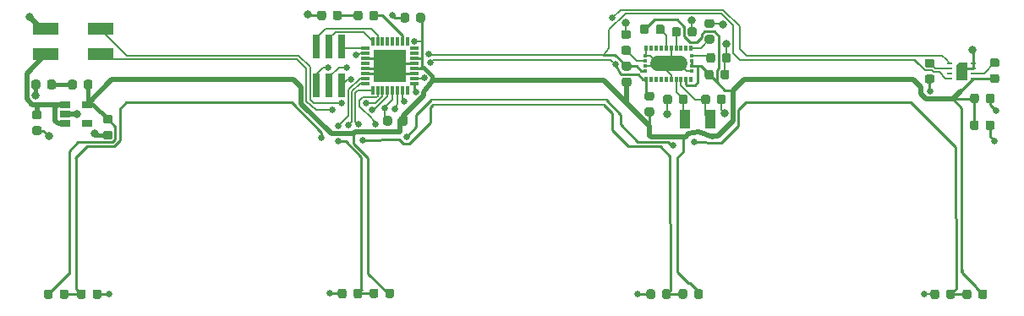
<source format=gtl>
G04 #@! TF.GenerationSoftware,KiCad,Pcbnew,(5.99.0-2415-gbbdd3fce7)*
G04 #@! TF.CreationDate,2020-10-15T12:22:08-07:00*
G04 #@! TF.ProjectId,VineHoop_Islands,56696e65-486f-46f7-905f-49736c616e64,rev?*
G04 #@! TF.SameCoordinates,Original*
G04 #@! TF.FileFunction,Copper,L1,Top*
G04 #@! TF.FilePolarity,Positive*
%FSLAX46Y46*%
G04 Gerber Fmt 4.6, Leading zero omitted, Abs format (unit mm)*
G04 Created by KiCad (PCBNEW (5.99.0-2415-gbbdd3fce7)) date 2020-10-15 12:22:08*
%MOMM*%
%LPD*%
G01*
G04 APERTURE LIST*
G04 #@! TA.AperFunction,EtchedComponent*
%ADD10C,0.010000*%
G04 #@! TD*
G04 #@! TA.AperFunction,SMDPad,CuDef*
%ADD11R,0.812800X0.304800*%
G04 #@! TD*
G04 #@! TA.AperFunction,SMDPad,CuDef*
%ADD12R,0.304800X0.812800*%
G04 #@! TD*
G04 #@! TA.AperFunction,SMDPad,CuDef*
%ADD13R,3.251200X3.251200*%
G04 #@! TD*
G04 #@! TA.AperFunction,SMDPad,CuDef*
%ADD14R,0.550000X0.250000*%
G04 #@! TD*
G04 #@! TA.AperFunction,SMDPad,CuDef*
%ADD15R,1.000000X1.000000*%
G04 #@! TD*
G04 #@! TA.AperFunction,SMDPad,CuDef*
%ADD16R,0.300000X0.525000*%
G04 #@! TD*
G04 #@! TA.AperFunction,SMDPad,CuDef*
%ADD17R,0.425000X0.300000*%
G04 #@! TD*
G04 #@! TA.AperFunction,SMDPad,CuDef*
%ADD18R,1.060000X0.650000*%
G04 #@! TD*
G04 #@! TA.AperFunction,SMDPad,CuDef*
%ADD19R,2.540000X1.270000*%
G04 #@! TD*
G04 #@! TA.AperFunction,SMDPad,CuDef*
%ADD20R,0.760000X2.400000*%
G04 #@! TD*
G04 #@! TA.AperFunction,SMDPad,CuDef*
%ADD21R,1.100000X1.900000*%
G04 #@! TD*
G04 #@! TA.AperFunction,ViaPad*
%ADD22C,0.800000*%
G04 #@! TD*
G04 #@! TA.AperFunction,ViaPad*
%ADD23C,0.660400*%
G04 #@! TD*
G04 #@! TA.AperFunction,Conductor*
%ADD24C,0.152400*%
G04 #@! TD*
G04 #@! TA.AperFunction,Conductor*
%ADD25C,0.381000*%
G04 #@! TD*
G04 #@! TA.AperFunction,Conductor*
%ADD26C,0.254000*%
G04 #@! TD*
G04 #@! TA.AperFunction,Conductor*
%ADD27C,0.508000*%
G04 #@! TD*
G04 #@! TA.AperFunction,Conductor*
%ADD28C,1.524000*%
G04 #@! TD*
G04 APERTURE END LIST*
G36*
X219475000Y-58675000D02*
G01*
X218475000Y-58675000D01*
X218475000Y-57275000D01*
X218775000Y-56975000D01*
X219475000Y-56975000D01*
X219475000Y-58675000D01*
G37*
D10*
X219475000Y-58675000D02*
X218475000Y-58675000D01*
X218475000Y-57275000D01*
X218775000Y-56975000D01*
X219475000Y-56975000D01*
X219475000Y-58675000D01*
G04 #@! TA.AperFunction,SMDPad,CuDef*
G36*
G01*
X192910000Y-60936250D02*
X192910000Y-60423750D01*
G75*
G02*
X193128750Y-60205000I218750J0D01*
G01*
X193566250Y-60205000D01*
G75*
G02*
X193785000Y-60423750I0J-218750D01*
G01*
X193785000Y-60936250D01*
G75*
G02*
X193566250Y-61155000I-218750J0D01*
G01*
X193128750Y-61155000D01*
G75*
G02*
X192910000Y-60936250I0J218750D01*
G01*
G37*
G04 #@! TD.AperFunction*
G04 #@! TA.AperFunction,SMDPad,CuDef*
G36*
G01*
X194485000Y-60936250D02*
X194485000Y-60423750D01*
G75*
G02*
X194703750Y-60205000I218750J0D01*
G01*
X195141250Y-60205000D01*
G75*
G02*
X195360000Y-60423750I0J-218750D01*
G01*
X195360000Y-60936250D01*
G75*
G02*
X195141250Y-61155000I-218750J0D01*
G01*
X194703750Y-61155000D01*
G75*
G02*
X194485000Y-60936250I0J218750D01*
G01*
G37*
G04 #@! TD.AperFunction*
G04 #@! TA.AperFunction,SMDPad,CuDef*
G36*
G01*
X191550000Y-60423750D02*
X191550000Y-60936250D01*
G75*
G02*
X191331250Y-61155000I-218750J0D01*
G01*
X190893750Y-61155000D01*
G75*
G02*
X190675000Y-60936250I0J218750D01*
G01*
X190675000Y-60423750D01*
G75*
G02*
X190893750Y-60205000I218750J0D01*
G01*
X191331250Y-60205000D01*
G75*
G02*
X191550000Y-60423750I0J-218750D01*
G01*
G37*
G04 #@! TD.AperFunction*
G04 #@! TA.AperFunction,SMDPad,CuDef*
G36*
G01*
X189975000Y-60423750D02*
X189975000Y-60936250D01*
G75*
G02*
X189756250Y-61155000I-218750J0D01*
G01*
X189318750Y-61155000D01*
G75*
G02*
X189100000Y-60936250I0J218750D01*
G01*
X189100000Y-60423750D01*
G75*
G02*
X189318750Y-60205000I218750J0D01*
G01*
X189756250Y-60205000D01*
G75*
G02*
X189975000Y-60423750I0J-218750D01*
G01*
G37*
G04 #@! TD.AperFunction*
G04 #@! TA.AperFunction,SMDPad,CuDef*
G36*
G01*
X162802000Y-52749250D02*
X162802000Y-52236750D01*
G75*
G02*
X163020750Y-52018000I218750J0D01*
G01*
X163458250Y-52018000D01*
G75*
G02*
X163677000Y-52236750I0J-218750D01*
G01*
X163677000Y-52749250D01*
G75*
G02*
X163458250Y-52968000I-218750J0D01*
G01*
X163020750Y-52968000D01*
G75*
G02*
X162802000Y-52749250I0J218750D01*
G01*
G37*
G04 #@! TD.AperFunction*
G04 #@! TA.AperFunction,SMDPad,CuDef*
G36*
G01*
X164377000Y-52749250D02*
X164377000Y-52236750D01*
G75*
G02*
X164595750Y-52018000I218750J0D01*
G01*
X165033250Y-52018000D01*
G75*
G02*
X165252000Y-52236750I0J-218750D01*
G01*
X165252000Y-52749250D01*
G75*
G02*
X165033250Y-52968000I-218750J0D01*
G01*
X164595750Y-52968000D01*
G75*
G02*
X164377000Y-52749250I0J218750D01*
G01*
G37*
G04 #@! TD.AperFunction*
G04 #@! TA.AperFunction,SMDPad,CuDef*
G36*
G01*
X193425800Y-56780150D02*
X193425800Y-56267650D01*
G75*
G02*
X193644550Y-56048900I218750J0D01*
G01*
X194082050Y-56048900D01*
G75*
G02*
X194300800Y-56267650I0J-218750D01*
G01*
X194300800Y-56780150D01*
G75*
G02*
X194082050Y-56998900I-218750J0D01*
G01*
X193644550Y-56998900D01*
G75*
G02*
X193425800Y-56780150I0J218750D01*
G01*
G37*
G04 #@! TD.AperFunction*
G04 #@! TA.AperFunction,SMDPad,CuDef*
G36*
G01*
X195000800Y-56780150D02*
X195000800Y-56267650D01*
G75*
G02*
X195219550Y-56048900I218750J0D01*
G01*
X195657050Y-56048900D01*
G75*
G02*
X195875800Y-56267650I0J-218750D01*
G01*
X195875800Y-56780150D01*
G75*
G02*
X195657050Y-56998900I-218750J0D01*
G01*
X195219550Y-56998900D01*
G75*
G02*
X195000800Y-56780150I0J218750D01*
G01*
G37*
G04 #@! TD.AperFunction*
G04 #@! TA.AperFunction,SMDPad,CuDef*
G36*
G01*
X185646450Y-56188600D02*
X185133950Y-56188600D01*
G75*
G02*
X184915200Y-55969850I0J218750D01*
G01*
X184915200Y-55532350D01*
G75*
G02*
X185133950Y-55313600I218750J0D01*
G01*
X185646450Y-55313600D01*
G75*
G02*
X185865200Y-55532350I0J-218750D01*
G01*
X185865200Y-55969850D01*
G75*
G02*
X185646450Y-56188600I-218750J0D01*
G01*
G37*
G04 #@! TD.AperFunction*
G04 #@! TA.AperFunction,SMDPad,CuDef*
G36*
G01*
X185646450Y-54613600D02*
X185133950Y-54613600D01*
G75*
G02*
X184915200Y-54394850I0J218750D01*
G01*
X184915200Y-53957350D01*
G75*
G02*
X185133950Y-53738600I218750J0D01*
G01*
X185646450Y-53738600D01*
G75*
G02*
X185865200Y-53957350I0J-218750D01*
G01*
X185865200Y-54394850D01*
G75*
G02*
X185646450Y-54613600I-218750J0D01*
G01*
G37*
G04 #@! TD.AperFunction*
G04 #@! TA.AperFunction,SMDPad,CuDef*
G36*
G01*
X222544850Y-59027700D02*
X222032350Y-59027700D01*
G75*
G02*
X221813600Y-58808950I0J218750D01*
G01*
X221813600Y-58371450D01*
G75*
G02*
X222032350Y-58152700I218750J0D01*
G01*
X222544850Y-58152700D01*
G75*
G02*
X222763600Y-58371450I0J-218750D01*
G01*
X222763600Y-58808950D01*
G75*
G02*
X222544850Y-59027700I-218750J0D01*
G01*
G37*
G04 #@! TD.AperFunction*
G04 #@! TA.AperFunction,SMDPad,CuDef*
G36*
G01*
X222544850Y-57452700D02*
X222032350Y-57452700D01*
G75*
G02*
X221813600Y-57233950I0J218750D01*
G01*
X221813600Y-56796450D01*
G75*
G02*
X222032350Y-56577700I218750J0D01*
G01*
X222544850Y-56577700D01*
G75*
G02*
X222763600Y-56796450I0J-218750D01*
G01*
X222763600Y-57233950D01*
G75*
G02*
X222544850Y-57452700I-218750J0D01*
G01*
G37*
G04 #@! TD.AperFunction*
D11*
X164230300Y-59071600D03*
X164230300Y-58563600D03*
X164230300Y-58081000D03*
X164230300Y-57573000D03*
X164230300Y-57065000D03*
X164230300Y-56557000D03*
X164230300Y-56074400D03*
X164230300Y-55566400D03*
D12*
X163519100Y-54855200D03*
X163011100Y-54855200D03*
X162528500Y-54855200D03*
X162020500Y-54855200D03*
X161512500Y-54855200D03*
X161004500Y-54855200D03*
X160521900Y-54855200D03*
X160013900Y-54855200D03*
D11*
X159302700Y-55566400D03*
X159302700Y-56074400D03*
X159302700Y-56557000D03*
X159302700Y-57065000D03*
X159302700Y-57573000D03*
X159302700Y-58081000D03*
X159302700Y-58563600D03*
X159302700Y-59071600D03*
D12*
X160013900Y-59782800D03*
X160521900Y-59782800D03*
X161004500Y-59782800D03*
X161512500Y-59782800D03*
X162020500Y-59782800D03*
X162528500Y-59782800D03*
X163011100Y-59782800D03*
X163519100Y-59782800D03*
D13*
X161766500Y-57319000D03*
D14*
X217800000Y-57075000D03*
X217800000Y-57575000D03*
X217800000Y-58075000D03*
X217800000Y-58575000D03*
X220150000Y-58575000D03*
X220150000Y-58075000D03*
X220150000Y-57575000D03*
X220150000Y-57075000D03*
D15*
X218975000Y-57825000D03*
D16*
X191900000Y-58662500D03*
D17*
X191962500Y-57850000D03*
X191962500Y-57350000D03*
X191962500Y-56850000D03*
X191962500Y-56350000D03*
D16*
X191900000Y-55537500D03*
X191400000Y-55537500D03*
X190900000Y-55537500D03*
X190400000Y-55537500D03*
X189900000Y-55537500D03*
X189400000Y-55537500D03*
X188900000Y-55537500D03*
X188400000Y-55537500D03*
X187900000Y-55537500D03*
X187400000Y-55537500D03*
D17*
X187337500Y-56350000D03*
X187337500Y-56850000D03*
X187337500Y-57350000D03*
X187337500Y-57850000D03*
D16*
X187400000Y-58662500D03*
X187900000Y-58662500D03*
X188400000Y-58662500D03*
X188900000Y-58662500D03*
X189400000Y-58662500D03*
X189900000Y-58662500D03*
X190400000Y-58662500D03*
X190900000Y-58662500D03*
X191400000Y-58662500D03*
G04 #@! TA.AperFunction,SMDPad,CuDef*
G36*
G01*
X187464750Y-59921500D02*
X187977250Y-59921500D01*
G75*
G02*
X188196000Y-60140250I0J-218750D01*
G01*
X188196000Y-60577750D01*
G75*
G02*
X187977250Y-60796500I-218750J0D01*
G01*
X187464750Y-60796500D01*
G75*
G02*
X187246000Y-60577750I0J218750D01*
G01*
X187246000Y-60140250D01*
G75*
G02*
X187464750Y-59921500I218750J0D01*
G01*
G37*
G04 #@! TD.AperFunction*
G04 #@! TA.AperFunction,SMDPad,CuDef*
G36*
G01*
X187464750Y-61496500D02*
X187977250Y-61496500D01*
G75*
G02*
X188196000Y-61715250I0J-218750D01*
G01*
X188196000Y-62152750D01*
G75*
G02*
X187977250Y-62371500I-218750J0D01*
G01*
X187464750Y-62371500D01*
G75*
G02*
X187246000Y-62152750I0J218750D01*
G01*
X187246000Y-61715250D01*
G75*
G02*
X187464750Y-61496500I218750J0D01*
G01*
G37*
G04 #@! TD.AperFunction*
G04 #@! TA.AperFunction,SMDPad,CuDef*
G36*
G01*
X161075000Y-63081250D02*
X161075000Y-62568750D01*
G75*
G02*
X161293750Y-62350000I218750J0D01*
G01*
X161731250Y-62350000D01*
G75*
G02*
X161950000Y-62568750I0J-218750D01*
G01*
X161950000Y-63081250D01*
G75*
G02*
X161731250Y-63300000I-218750J0D01*
G01*
X161293750Y-63300000D01*
G75*
G02*
X161075000Y-63081250I0J218750D01*
G01*
G37*
G04 #@! TD.AperFunction*
G04 #@! TA.AperFunction,SMDPad,CuDef*
G36*
G01*
X162650000Y-63081250D02*
X162650000Y-62568750D01*
G75*
G02*
X162868750Y-62350000I218750J0D01*
G01*
X163306250Y-62350000D01*
G75*
G02*
X163525000Y-62568750I0J-218750D01*
G01*
X163525000Y-63081250D01*
G75*
G02*
X163306250Y-63300000I-218750J0D01*
G01*
X162868750Y-63300000D01*
G75*
G02*
X162650000Y-63081250I0J218750D01*
G01*
G37*
G04 #@! TD.AperFunction*
G04 #@! TA.AperFunction,SMDPad,CuDef*
G36*
G01*
X216044850Y-59065200D02*
X215532350Y-59065200D01*
G75*
G02*
X215313600Y-58846450I0J218750D01*
G01*
X215313600Y-58408950D01*
G75*
G02*
X215532350Y-58190200I218750J0D01*
G01*
X216044850Y-58190200D01*
G75*
G02*
X216263600Y-58408950I0J-218750D01*
G01*
X216263600Y-58846450D01*
G75*
G02*
X216044850Y-59065200I-218750J0D01*
G01*
G37*
G04 #@! TD.AperFunction*
G04 #@! TA.AperFunction,SMDPad,CuDef*
G36*
G01*
X216044850Y-57490200D02*
X215532350Y-57490200D01*
G75*
G02*
X215313600Y-57271450I0J218750D01*
G01*
X215313600Y-56833950D01*
G75*
G02*
X215532350Y-56615200I218750J0D01*
G01*
X216044850Y-56615200D01*
G75*
G02*
X216263600Y-56833950I0J-218750D01*
G01*
X216263600Y-57271450D01*
G75*
G02*
X216044850Y-57490200I-218750J0D01*
G01*
G37*
G04 #@! TD.AperFunction*
G04 #@! TA.AperFunction,SMDPad,CuDef*
G36*
G01*
X189240000Y-53398750D02*
X189240000Y-53911250D01*
G75*
G02*
X189021250Y-54130000I-218750J0D01*
G01*
X188583750Y-54130000D01*
G75*
G02*
X188365000Y-53911250I0J218750D01*
G01*
X188365000Y-53398750D01*
G75*
G02*
X188583750Y-53180000I218750J0D01*
G01*
X189021250Y-53180000D01*
G75*
G02*
X189240000Y-53398750I0J-218750D01*
G01*
G37*
G04 #@! TD.AperFunction*
G04 #@! TA.AperFunction,SMDPad,CuDef*
G36*
G01*
X187665000Y-53398750D02*
X187665000Y-53911250D01*
G75*
G02*
X187446250Y-54130000I-218750J0D01*
G01*
X187008750Y-54130000D01*
G75*
G02*
X186790000Y-53911250I0J218750D01*
G01*
X186790000Y-53398750D01*
G75*
G02*
X187008750Y-53180000I218750J0D01*
G01*
X187446250Y-53180000D01*
G75*
G02*
X187665000Y-53398750I0J-218750D01*
G01*
G37*
G04 #@! TD.AperFunction*
G04 #@! TA.AperFunction,SMDPad,CuDef*
G36*
G01*
X194001250Y-55097500D02*
X193488750Y-55097500D01*
G75*
G02*
X193270000Y-54878750I0J218750D01*
G01*
X193270000Y-54441250D01*
G75*
G02*
X193488750Y-54222500I218750J0D01*
G01*
X194001250Y-54222500D01*
G75*
G02*
X194220000Y-54441250I0J-218750D01*
G01*
X194220000Y-54878750D01*
G75*
G02*
X194001250Y-55097500I-218750J0D01*
G01*
G37*
G04 #@! TD.AperFunction*
G04 #@! TA.AperFunction,SMDPad,CuDef*
G36*
G01*
X194001250Y-53522500D02*
X193488750Y-53522500D01*
G75*
G02*
X193270000Y-53303750I0J218750D01*
G01*
X193270000Y-52866250D01*
G75*
G02*
X193488750Y-52647500I218750J0D01*
G01*
X194001250Y-52647500D01*
G75*
G02*
X194220000Y-52866250I0J-218750D01*
G01*
X194220000Y-53303750D01*
G75*
G02*
X194001250Y-53522500I-218750J0D01*
G01*
G37*
G04 #@! TD.AperFunction*
G04 #@! TA.AperFunction,SMDPad,CuDef*
G36*
G01*
X189986500Y-54170250D02*
X189986500Y-53657750D01*
G75*
G02*
X190205250Y-53439000I218750J0D01*
G01*
X190642750Y-53439000D01*
G75*
G02*
X190861500Y-53657750I0J-218750D01*
G01*
X190861500Y-54170250D01*
G75*
G02*
X190642750Y-54389000I-218750J0D01*
G01*
X190205250Y-54389000D01*
G75*
G02*
X189986500Y-54170250I0J218750D01*
G01*
G37*
G04 #@! TD.AperFunction*
G04 #@! TA.AperFunction,SMDPad,CuDef*
G36*
G01*
X191561500Y-54170250D02*
X191561500Y-53657750D01*
G75*
G02*
X191780250Y-53439000I218750J0D01*
G01*
X192217750Y-53439000D01*
G75*
G02*
X192436500Y-53657750I0J-218750D01*
G01*
X192436500Y-54170250D01*
G75*
G02*
X192217750Y-54389000I-218750J0D01*
G01*
X191780250Y-54389000D01*
G75*
G02*
X191561500Y-54170250I0J218750D01*
G01*
G37*
G04 #@! TD.AperFunction*
G04 #@! TA.AperFunction,SMDPad,CuDef*
G36*
G01*
X185178750Y-56924500D02*
X185691250Y-56924500D01*
G75*
G02*
X185910000Y-57143250I0J-218750D01*
G01*
X185910000Y-57580750D01*
G75*
G02*
X185691250Y-57799500I-218750J0D01*
G01*
X185178750Y-57799500D01*
G75*
G02*
X184960000Y-57580750I0J218750D01*
G01*
X184960000Y-57143250D01*
G75*
G02*
X185178750Y-56924500I218750J0D01*
G01*
G37*
G04 #@! TD.AperFunction*
G04 #@! TA.AperFunction,SMDPad,CuDef*
G36*
G01*
X185178750Y-58499500D02*
X185691250Y-58499500D01*
G75*
G02*
X185910000Y-58718250I0J-218750D01*
G01*
X185910000Y-59155750D01*
G75*
G02*
X185691250Y-59374500I-218750J0D01*
G01*
X185178750Y-59374500D01*
G75*
G02*
X184960000Y-59155750I0J218750D01*
G01*
X184960000Y-58718250D01*
G75*
G02*
X185178750Y-58499500I218750J0D01*
G01*
G37*
G04 #@! TD.AperFunction*
G04 #@! TA.AperFunction,SMDPad,CuDef*
G36*
G01*
X133243750Y-62245803D02*
X133756250Y-62245803D01*
G75*
G02*
X133975000Y-62464553I0J-218750D01*
G01*
X133975000Y-62902053D01*
G75*
G02*
X133756250Y-63120803I-218750J0D01*
G01*
X133243750Y-63120803D01*
G75*
G02*
X133025000Y-62902053I0J218750D01*
G01*
X133025000Y-62464553D01*
G75*
G02*
X133243750Y-62245803I218750J0D01*
G01*
G37*
G04 #@! TD.AperFunction*
G04 #@! TA.AperFunction,SMDPad,CuDef*
G36*
G01*
X133243750Y-63820803D02*
X133756250Y-63820803D01*
G75*
G02*
X133975000Y-64039553I0J-218750D01*
G01*
X133975000Y-64477053D01*
G75*
G02*
X133756250Y-64695803I-218750J0D01*
G01*
X133243750Y-64695803D01*
G75*
G02*
X133025000Y-64477053I0J218750D01*
G01*
X133025000Y-64039553D01*
G75*
G02*
X133243750Y-63820803I218750J0D01*
G01*
G37*
G04 #@! TD.AperFunction*
D18*
X129238899Y-61183303D03*
X129238899Y-62133303D03*
X129238899Y-63083303D03*
X131438899Y-63083303D03*
X131438899Y-61183303D03*
G04 #@! TA.AperFunction,SMDPad,CuDef*
G36*
G01*
X154470600Y-52514850D02*
X154470600Y-52002350D01*
G75*
G02*
X154689350Y-51783600I218750J0D01*
G01*
X155126850Y-51783600D01*
G75*
G02*
X155345600Y-52002350I0J-218750D01*
G01*
X155345600Y-52514850D01*
G75*
G02*
X155126850Y-52733600I-218750J0D01*
G01*
X154689350Y-52733600D01*
G75*
G02*
X154470600Y-52514850I0J218750D01*
G01*
G37*
G04 #@! TD.AperFunction*
G04 #@! TA.AperFunction,SMDPad,CuDef*
G36*
G01*
X156045600Y-52514850D02*
X156045600Y-52002350D01*
G75*
G02*
X156264350Y-51783600I218750J0D01*
G01*
X156701850Y-51783600D01*
G75*
G02*
X156920600Y-52002350I0J-218750D01*
G01*
X156920600Y-52514850D01*
G75*
G02*
X156701850Y-52733600I-218750J0D01*
G01*
X156264350Y-52733600D01*
G75*
G02*
X156045600Y-52514850I0J218750D01*
G01*
G37*
G04 #@! TD.AperFunction*
G04 #@! TA.AperFunction,SMDPad,CuDef*
G36*
G01*
X158128500Y-52540250D02*
X158128500Y-52027750D01*
G75*
G02*
X158347250Y-51809000I218750J0D01*
G01*
X158784750Y-51809000D01*
G75*
G02*
X159003500Y-52027750I0J-218750D01*
G01*
X159003500Y-52540250D01*
G75*
G02*
X158784750Y-52759000I-218750J0D01*
G01*
X158347250Y-52759000D01*
G75*
G02*
X158128500Y-52540250I0J218750D01*
G01*
G37*
G04 #@! TD.AperFunction*
G04 #@! TA.AperFunction,SMDPad,CuDef*
G36*
G01*
X159703500Y-52540250D02*
X159703500Y-52027750D01*
G75*
G02*
X159922250Y-51809000I218750J0D01*
G01*
X160359750Y-51809000D01*
G75*
G02*
X160578500Y-52027750I0J-218750D01*
G01*
X160578500Y-52540250D01*
G75*
G02*
X160359750Y-52759000I-218750J0D01*
G01*
X159922250Y-52759000D01*
G75*
G02*
X159703500Y-52540250I0J218750D01*
G01*
G37*
G04 #@! TD.AperFunction*
G04 #@! TA.AperFunction,SMDPad,CuDef*
G36*
G01*
X125854900Y-59456250D02*
X125854900Y-58943750D01*
G75*
G02*
X126073650Y-58725000I218750J0D01*
G01*
X126511150Y-58725000D01*
G75*
G02*
X126729900Y-58943750I0J-218750D01*
G01*
X126729900Y-59456250D01*
G75*
G02*
X126511150Y-59675000I-218750J0D01*
G01*
X126073650Y-59675000D01*
G75*
G02*
X125854900Y-59456250I0J218750D01*
G01*
G37*
G04 #@! TD.AperFunction*
G04 #@! TA.AperFunction,SMDPad,CuDef*
G36*
G01*
X127429900Y-59456250D02*
X127429900Y-58943750D01*
G75*
G02*
X127648650Y-58725000I218750J0D01*
G01*
X128086150Y-58725000D01*
G75*
G02*
X128304900Y-58943750I0J-218750D01*
G01*
X128304900Y-59456250D01*
G75*
G02*
X128086150Y-59675000I-218750J0D01*
G01*
X127648650Y-59675000D01*
G75*
G02*
X127429900Y-59456250I0J218750D01*
G01*
G37*
G04 #@! TD.AperFunction*
G04 #@! TA.AperFunction,SMDPad,CuDef*
G36*
G01*
X131962500Y-58943750D02*
X131962500Y-59456250D01*
G75*
G02*
X131743750Y-59675000I-218750J0D01*
G01*
X131306250Y-59675000D01*
G75*
G02*
X131087500Y-59456250I0J218750D01*
G01*
X131087500Y-58943750D01*
G75*
G02*
X131306250Y-58725000I218750J0D01*
G01*
X131743750Y-58725000D01*
G75*
G02*
X131962500Y-58943750I0J-218750D01*
G01*
G37*
G04 #@! TD.AperFunction*
G04 #@! TA.AperFunction,SMDPad,CuDef*
G36*
G01*
X130387500Y-58943750D02*
X130387500Y-59456250D01*
G75*
G02*
X130168750Y-59675000I-218750J0D01*
G01*
X129731250Y-59675000D01*
G75*
G02*
X129512500Y-59456250I0J218750D01*
G01*
X129512500Y-58943750D01*
G75*
G02*
X129731250Y-58725000I218750J0D01*
G01*
X130168750Y-58725000D01*
G75*
G02*
X130387500Y-58943750I0J-218750D01*
G01*
G37*
G04 #@! TD.AperFunction*
G04 #@! TA.AperFunction,SMDPad,CuDef*
G36*
G01*
X195723300Y-57944850D02*
X195723300Y-58457350D01*
G75*
G02*
X195504550Y-58676100I-218750J0D01*
G01*
X195067050Y-58676100D01*
G75*
G02*
X194848300Y-58457350I0J218750D01*
G01*
X194848300Y-57944850D01*
G75*
G02*
X195067050Y-57726100I218750J0D01*
G01*
X195504550Y-57726100D01*
G75*
G02*
X195723300Y-57944850I0J-218750D01*
G01*
G37*
G04 #@! TD.AperFunction*
G04 #@! TA.AperFunction,SMDPad,CuDef*
G36*
G01*
X194148300Y-57944850D02*
X194148300Y-58457350D01*
G75*
G02*
X193929550Y-58676100I-218750J0D01*
G01*
X193492050Y-58676100D01*
G75*
G02*
X193273300Y-58457350I0J218750D01*
G01*
X193273300Y-57944850D01*
G75*
G02*
X193492050Y-57726100I218750J0D01*
G01*
X193929550Y-57726100D01*
G75*
G02*
X194148300Y-57944850I0J-218750D01*
G01*
G37*
G04 #@! TD.AperFunction*
D19*
X127311101Y-53616800D03*
X132771101Y-53616800D03*
X127311101Y-56156800D03*
X132771101Y-56156800D03*
D20*
X154400500Y-59269000D03*
X154400500Y-55369000D03*
X155670500Y-59269000D03*
X155670500Y-55369000D03*
X156940500Y-59269000D03*
X156940500Y-55369000D03*
D21*
X193817000Y-62696000D03*
X191317000Y-62696000D03*
G04 #@! TA.AperFunction,SMDPad,CuDef*
G36*
G01*
X162158428Y-79859985D02*
X162158428Y-80372485D01*
G75*
G02*
X161939678Y-80591235I-218750J0D01*
G01*
X161502178Y-80591235D01*
G75*
G02*
X161283428Y-80372485I0J218750D01*
G01*
X161283428Y-79859985D01*
G75*
G02*
X161502178Y-79641235I218750J0D01*
G01*
X161939678Y-79641235D01*
G75*
G02*
X162158428Y-79859985I0J-218750D01*
G01*
G37*
G04 #@! TD.AperFunction*
G04 #@! TA.AperFunction,SMDPad,CuDef*
G36*
G01*
X160583428Y-79859985D02*
X160583428Y-80372485D01*
G75*
G02*
X160364678Y-80591235I-218750J0D01*
G01*
X159927178Y-80591235D01*
G75*
G02*
X159708428Y-80372485I0J218750D01*
G01*
X159708428Y-79859985D01*
G75*
G02*
X159927178Y-79641235I218750J0D01*
G01*
X160364678Y-79641235D01*
G75*
G02*
X160583428Y-79859985I0J-218750D01*
G01*
G37*
G04 #@! TD.AperFunction*
G04 #@! TA.AperFunction,SMDPad,CuDef*
G36*
G01*
X221534028Y-79953158D02*
X221534028Y-80465658D01*
G75*
G02*
X221315278Y-80684408I-218750J0D01*
G01*
X220877778Y-80684408D01*
G75*
G02*
X220659028Y-80465658I0J218750D01*
G01*
X220659028Y-79953158D01*
G75*
G02*
X220877778Y-79734408I218750J0D01*
G01*
X221315278Y-79734408D01*
G75*
G02*
X221534028Y-79953158I0J-218750D01*
G01*
G37*
G04 #@! TD.AperFunction*
G04 #@! TA.AperFunction,SMDPad,CuDef*
G36*
G01*
X219959028Y-79953158D02*
X219959028Y-80465658D01*
G75*
G02*
X219740278Y-80684408I-218750J0D01*
G01*
X219302778Y-80684408D01*
G75*
G02*
X219084028Y-80465658I0J218750D01*
G01*
X219084028Y-79953158D01*
G75*
G02*
X219302778Y-79734408I218750J0D01*
G01*
X219740278Y-79734408D01*
G75*
G02*
X219959028Y-79953158I0J-218750D01*
G01*
G37*
G04 #@! TD.AperFunction*
G04 #@! TA.AperFunction,SMDPad,CuDef*
G36*
G01*
X193087015Y-79924278D02*
X193087015Y-80436778D01*
G75*
G02*
X192868265Y-80655528I-218750J0D01*
G01*
X192430765Y-80655528D01*
G75*
G02*
X192212015Y-80436778I0J218750D01*
G01*
X192212015Y-79924278D01*
G75*
G02*
X192430765Y-79705528I218750J0D01*
G01*
X192868265Y-79705528D01*
G75*
G02*
X193087015Y-79924278I0J-218750D01*
G01*
G37*
G04 #@! TD.AperFunction*
G04 #@! TA.AperFunction,SMDPad,CuDef*
G36*
G01*
X191512015Y-79924278D02*
X191512015Y-80436778D01*
G75*
G02*
X191293265Y-80655528I-218750J0D01*
G01*
X190855765Y-80655528D01*
G75*
G02*
X190637015Y-80436778I0J218750D01*
G01*
X190637015Y-79924278D01*
G75*
G02*
X190855765Y-79705528I218750J0D01*
G01*
X191293265Y-79705528D01*
G75*
G02*
X191512015Y-79924278I0J-218750D01*
G01*
G37*
G04 #@! TD.AperFunction*
G04 #@! TA.AperFunction,SMDPad,CuDef*
G36*
G01*
X127105000Y-80456250D02*
X127105000Y-79943750D01*
G75*
G02*
X127323750Y-79725000I218750J0D01*
G01*
X127761250Y-79725000D01*
G75*
G02*
X127980000Y-79943750I0J-218750D01*
G01*
X127980000Y-80456250D01*
G75*
G02*
X127761250Y-80675000I-218750J0D01*
G01*
X127323750Y-80675000D01*
G75*
G02*
X127105000Y-80456250I0J218750D01*
G01*
G37*
G04 #@! TD.AperFunction*
G04 #@! TA.AperFunction,SMDPad,CuDef*
G36*
G01*
X128680000Y-80456250D02*
X128680000Y-79943750D01*
G75*
G02*
X128898750Y-79725000I218750J0D01*
G01*
X129336250Y-79725000D01*
G75*
G02*
X129555000Y-79943750I0J-218750D01*
G01*
X129555000Y-80456250D01*
G75*
G02*
X129336250Y-80675000I-218750J0D01*
G01*
X128898750Y-80675000D01*
G75*
G02*
X128680000Y-80456250I0J218750D01*
G01*
G37*
G04 #@! TD.AperFunction*
G04 #@! TA.AperFunction,SMDPad,CuDef*
G36*
G01*
X219825000Y-63536250D02*
X219825000Y-63023750D01*
G75*
G02*
X220043750Y-62805000I218750J0D01*
G01*
X220481250Y-62805000D01*
G75*
G02*
X220700000Y-63023750I0J-218750D01*
G01*
X220700000Y-63536250D01*
G75*
G02*
X220481250Y-63755000I-218750J0D01*
G01*
X220043750Y-63755000D01*
G75*
G02*
X219825000Y-63536250I0J218750D01*
G01*
G37*
G04 #@! TD.AperFunction*
G04 #@! TA.AperFunction,SMDPad,CuDef*
G36*
G01*
X221400000Y-63536250D02*
X221400000Y-63023750D01*
G75*
G02*
X221618750Y-62805000I218750J0D01*
G01*
X222056250Y-62805000D01*
G75*
G02*
X222275000Y-63023750I0J-218750D01*
G01*
X222275000Y-63536250D01*
G75*
G02*
X222056250Y-63755000I-218750J0D01*
G01*
X221618750Y-63755000D01*
G75*
G02*
X221400000Y-63536250I0J218750D01*
G01*
G37*
G04 #@! TD.AperFunction*
G04 #@! TA.AperFunction,SMDPad,CuDef*
G36*
G01*
X215872500Y-80456250D02*
X215872500Y-79943750D01*
G75*
G02*
X216091250Y-79725000I218750J0D01*
G01*
X216528750Y-79725000D01*
G75*
G02*
X216747500Y-79943750I0J-218750D01*
G01*
X216747500Y-80456250D01*
G75*
G02*
X216528750Y-80675000I-218750J0D01*
G01*
X216091250Y-80675000D01*
G75*
G02*
X215872500Y-80456250I0J218750D01*
G01*
G37*
G04 #@! TD.AperFunction*
G04 #@! TA.AperFunction,SMDPad,CuDef*
G36*
G01*
X217447500Y-80456250D02*
X217447500Y-79943750D01*
G75*
G02*
X217666250Y-79725000I218750J0D01*
G01*
X218103750Y-79725000D01*
G75*
G02*
X218322500Y-79943750I0J-218750D01*
G01*
X218322500Y-80456250D01*
G75*
G02*
X218103750Y-80675000I-218750J0D01*
G01*
X217666250Y-80675000D01*
G75*
G02*
X217447500Y-80456250I0J218750D01*
G01*
G37*
G04 #@! TD.AperFunction*
G04 #@! TA.AperFunction,SMDPad,CuDef*
G36*
G01*
X132855000Y-79943750D02*
X132855000Y-80456250D01*
G75*
G02*
X132636250Y-80675000I-218750J0D01*
G01*
X132198750Y-80675000D01*
G75*
G02*
X131980000Y-80456250I0J218750D01*
G01*
X131980000Y-79943750D01*
G75*
G02*
X132198750Y-79725000I218750J0D01*
G01*
X132636250Y-79725000D01*
G75*
G02*
X132855000Y-79943750I0J-218750D01*
G01*
G37*
G04 #@! TD.AperFunction*
G04 #@! TA.AperFunction,SMDPad,CuDef*
G36*
G01*
X131280000Y-79943750D02*
X131280000Y-80456250D01*
G75*
G02*
X131061250Y-80675000I-218750J0D01*
G01*
X130623750Y-80675000D01*
G75*
G02*
X130405000Y-80456250I0J218750D01*
G01*
X130405000Y-79943750D01*
G75*
G02*
X130623750Y-79725000I218750J0D01*
G01*
X131061250Y-79725000D01*
G75*
G02*
X131280000Y-79943750I0J-218750D01*
G01*
G37*
G04 #@! TD.AperFunction*
G04 #@! TA.AperFunction,SMDPad,CuDef*
G36*
G01*
X156527500Y-80396250D02*
X156527500Y-79883750D01*
G75*
G02*
X156746250Y-79665000I218750J0D01*
G01*
X157183750Y-79665000D01*
G75*
G02*
X157402500Y-79883750I0J-218750D01*
G01*
X157402500Y-80396250D01*
G75*
G02*
X157183750Y-80615000I-218750J0D01*
G01*
X156746250Y-80615000D01*
G75*
G02*
X156527500Y-80396250I0J218750D01*
G01*
G37*
G04 #@! TD.AperFunction*
G04 #@! TA.AperFunction,SMDPad,CuDef*
G36*
G01*
X158102500Y-80396250D02*
X158102500Y-79883750D01*
G75*
G02*
X158321250Y-79665000I218750J0D01*
G01*
X158758750Y-79665000D01*
G75*
G02*
X158977500Y-79883750I0J-218750D01*
G01*
X158977500Y-80396250D01*
G75*
G02*
X158758750Y-80615000I-218750J0D01*
G01*
X158321250Y-80615000D01*
G75*
G02*
X158102500Y-80396250I0J218750D01*
G01*
G37*
G04 #@! TD.AperFunction*
G04 #@! TA.AperFunction,SMDPad,CuDef*
G36*
G01*
X222285000Y-60313750D02*
X222285000Y-60826250D01*
G75*
G02*
X222066250Y-61045000I-218750J0D01*
G01*
X221628750Y-61045000D01*
G75*
G02*
X221410000Y-60826250I0J218750D01*
G01*
X221410000Y-60313750D01*
G75*
G02*
X221628750Y-60095000I218750J0D01*
G01*
X222066250Y-60095000D01*
G75*
G02*
X222285000Y-60313750I0J-218750D01*
G01*
G37*
G04 #@! TD.AperFunction*
G04 #@! TA.AperFunction,SMDPad,CuDef*
G36*
G01*
X220710000Y-60313750D02*
X220710000Y-60826250D01*
G75*
G02*
X220491250Y-61045000I-218750J0D01*
G01*
X220053750Y-61045000D01*
G75*
G02*
X219835000Y-60826250I0J218750D01*
G01*
X219835000Y-60313750D01*
G75*
G02*
X220053750Y-60095000I218750J0D01*
G01*
X220491250Y-60095000D01*
G75*
G02*
X220710000Y-60313750I0J-218750D01*
G01*
G37*
G04 #@! TD.AperFunction*
G04 #@! TA.AperFunction,SMDPad,CuDef*
G36*
G01*
X187422250Y-80450500D02*
X187422250Y-79938000D01*
G75*
G02*
X187641000Y-79719250I218750J0D01*
G01*
X188078500Y-79719250D01*
G75*
G02*
X188297250Y-79938000I0J-218750D01*
G01*
X188297250Y-80450500D01*
G75*
G02*
X188078500Y-80669250I-218750J0D01*
G01*
X187641000Y-80669250D01*
G75*
G02*
X187422250Y-80450500I0J218750D01*
G01*
G37*
G04 #@! TD.AperFunction*
G04 #@! TA.AperFunction,SMDPad,CuDef*
G36*
G01*
X188997250Y-80450500D02*
X188997250Y-79938000D01*
G75*
G02*
X189216000Y-79719250I218750J0D01*
G01*
X189653500Y-79719250D01*
G75*
G02*
X189872250Y-79938000I0J-218750D01*
G01*
X189872250Y-80450500D01*
G75*
G02*
X189653500Y-80669250I-218750J0D01*
G01*
X189216000Y-80669250D01*
G75*
G02*
X188997250Y-80450500I0J218750D01*
G01*
G37*
G04 #@! TD.AperFunction*
G04 #@! TA.AperFunction,SMDPad,CuDef*
G36*
G01*
X126143750Y-61795803D02*
X126656250Y-61795803D01*
G75*
G02*
X126875000Y-62014553I0J-218750D01*
G01*
X126875000Y-62452053D01*
G75*
G02*
X126656250Y-62670803I-218750J0D01*
G01*
X126143750Y-62670803D01*
G75*
G02*
X125925000Y-62452053I0J218750D01*
G01*
X125925000Y-62014553D01*
G75*
G02*
X126143750Y-61795803I218750J0D01*
G01*
G37*
G04 #@! TD.AperFunction*
G04 #@! TA.AperFunction,SMDPad,CuDef*
G36*
G01*
X126143750Y-63370803D02*
X126656250Y-63370803D01*
G75*
G02*
X126875000Y-63589553I0J-218750D01*
G01*
X126875000Y-64027053D01*
G75*
G02*
X126656250Y-64245803I-218750J0D01*
G01*
X126143750Y-64245803D01*
G75*
G02*
X125925000Y-64027053I0J218750D01*
G01*
X125925000Y-63589553D01*
G75*
G02*
X126143750Y-63370803I218750J0D01*
G01*
G37*
G04 #@! TD.AperFunction*
D22*
X153534200Y-52184400D03*
D23*
X133630000Y-80200000D03*
D22*
X130400000Y-62133303D03*
D23*
X160750500Y-58380000D03*
X162909500Y-56221000D03*
D22*
X188540200Y-57101100D03*
D23*
X215800000Y-59850000D03*
D22*
X127600000Y-64383303D03*
X220088600Y-55677700D03*
D23*
X186577450Y-80194250D03*
D22*
X185390200Y-53001100D03*
D23*
X222300000Y-64840000D03*
D22*
X132170000Y-64120000D03*
D23*
X162909500Y-58380000D03*
D22*
X195240200Y-62051100D03*
X191990200Y-52751100D03*
X195090200Y-53201100D03*
X190740200Y-57101100D03*
D23*
X160750500Y-56221000D03*
D22*
X125661101Y-52400000D03*
D23*
X215237700Y-80200000D03*
D22*
X126300000Y-60300000D03*
X195440200Y-55101100D03*
D23*
X162020500Y-52284000D03*
D22*
X189490200Y-62151100D03*
D23*
X222450000Y-61820000D03*
X155690000Y-80090000D03*
X158320000Y-56220000D03*
X164201702Y-54883798D03*
X155543500Y-57491000D03*
X161258500Y-61555000D03*
X162250000Y-61650000D03*
X157850000Y-58650000D03*
X163150000Y-60850000D03*
X157448500Y-57491000D03*
X164350000Y-59950000D03*
X165801900Y-56958058D03*
X184009446Y-52523496D03*
X184300000Y-57200000D03*
X165195500Y-58550000D03*
X165620901Y-56100783D03*
X156559500Y-63333000D03*
X154900000Y-64525000D03*
X156550000Y-64901401D03*
X157612190Y-63242690D03*
X158591500Y-63206000D03*
X158990000Y-64770000D03*
X159327691Y-61071801D03*
X156950000Y-61050000D03*
X159950000Y-61700000D03*
X155960000Y-61730000D03*
X192190000Y-64910000D03*
X190070000Y-65260000D03*
X163400000Y-64450000D03*
X160300000Y-63200000D03*
D24*
X193745000Y-53085000D02*
X195074100Y-53085000D01*
X190740200Y-57101100D02*
X191489100Y-57850000D01*
X189900000Y-58662500D02*
X189900000Y-58247600D01*
D25*
X126292400Y-59200000D02*
X126292400Y-60292400D01*
D24*
X187789100Y-56350000D02*
X188540200Y-57101100D01*
D26*
X162020500Y-57065000D02*
X161766500Y-57319000D01*
D24*
X189900000Y-56760900D02*
X190240200Y-57101100D01*
D26*
X162229500Y-52493000D02*
X162020500Y-52284000D01*
D24*
X191489100Y-57850000D02*
X191962500Y-57850000D01*
X189440200Y-57787800D02*
X189440200Y-57101100D01*
D26*
X221847500Y-61217500D02*
X222450000Y-61820000D01*
X127025000Y-63808303D02*
X127600000Y-64383303D01*
X159302700Y-56557000D02*
X161004500Y-56557000D01*
X161512500Y-57573000D02*
X161766500Y-57319000D01*
X215788600Y-59838600D02*
X215800000Y-59850000D01*
X159302700Y-57573000D02*
X161512500Y-57573000D01*
D27*
X127311101Y-53616800D02*
X126877901Y-53616800D01*
D26*
X161004500Y-56557000D02*
X161766500Y-57319000D01*
X154908100Y-52258600D02*
X153608400Y-52258600D01*
X161004500Y-58081000D02*
X161766500Y-57319000D01*
D24*
X185390200Y-54176100D02*
X185390200Y-52801100D01*
D26*
X187859750Y-80194250D02*
X186577450Y-80194250D01*
D24*
X189537500Y-62103800D02*
X189490200Y-62151100D01*
X195438300Y-55103000D02*
X195440200Y-55101100D01*
D25*
X132375000Y-64258303D02*
X133500000Y-64258303D01*
D28*
X188540200Y-57101100D02*
X190740200Y-57101100D01*
D24*
X189900000Y-55537500D02*
X189900000Y-56760900D01*
D26*
X220150000Y-55739100D02*
X220088600Y-55677700D01*
X126400000Y-63808303D02*
X127025000Y-63808303D01*
X221837500Y-64377500D02*
X222300000Y-64840000D01*
D24*
X195074100Y-53085000D02*
X195090200Y-53101100D01*
D26*
X220150000Y-57075000D02*
X220150000Y-55739100D01*
D24*
X187400000Y-55537500D02*
X187400000Y-56287500D01*
D27*
X126877901Y-53616800D02*
X125661101Y-52400000D01*
D24*
X187400000Y-56287500D02*
X187337500Y-56350000D01*
X195285800Y-58201100D02*
X195285800Y-56676400D01*
X189900000Y-58247600D02*
X189440200Y-57787800D01*
D26*
X219225000Y-57575000D02*
X220150000Y-57575000D01*
X163239500Y-52493000D02*
X162229500Y-52493000D01*
D25*
X126292400Y-60292400D02*
X126300000Y-60300000D01*
D24*
X187337500Y-57350000D02*
X188291300Y-57350000D01*
X188291300Y-57350000D02*
X188540200Y-57101100D01*
D26*
X220150000Y-57575000D02*
X220150000Y-57075000D01*
X164230300Y-57065000D02*
X162020500Y-57065000D01*
X153608400Y-52258600D02*
X153534200Y-52184400D01*
X155740000Y-80140000D02*
X155690000Y-80090000D01*
X221847500Y-60570000D02*
X221847500Y-61217500D01*
D24*
X194922500Y-60680000D02*
X194922500Y-61733400D01*
D26*
X164230300Y-58081000D02*
X162528500Y-58081000D01*
X221837500Y-63280000D02*
X221837500Y-64377500D01*
X215788600Y-58627700D02*
X215788600Y-59838600D01*
D24*
X195285800Y-56676400D02*
X195438300Y-56523900D01*
D26*
X159302700Y-58081000D02*
X161004500Y-58081000D01*
D24*
X195438300Y-56523900D02*
X195438300Y-55103000D01*
D26*
X156965000Y-80140000D02*
X155740000Y-80140000D01*
D24*
X191999000Y-53914000D02*
X191999000Y-52509900D01*
D26*
X162528500Y-58081000D02*
X161766500Y-57319000D01*
D24*
X216310000Y-80200000D02*
X215237700Y-80200000D01*
D27*
X129238899Y-62133303D02*
X130400000Y-62133303D01*
D26*
X132417500Y-80200000D02*
X133630000Y-80200000D01*
D24*
X189537500Y-60680000D02*
X189537500Y-62103800D01*
X187337500Y-56350000D02*
X187789100Y-56350000D01*
D26*
X218975000Y-57825000D02*
X219225000Y-57575000D01*
D24*
X191999000Y-52509900D02*
X191990200Y-52501100D01*
D25*
X132170000Y-64120000D02*
X132375000Y-64258303D01*
D24*
X194922500Y-61733400D02*
X195240200Y-62051100D01*
X190900000Y-58662500D02*
X190900000Y-59288850D01*
X193347500Y-60680000D02*
X193347500Y-62226500D01*
X193347500Y-62226500D02*
X193817000Y-62696000D01*
X192291150Y-60680000D02*
X193347500Y-60680000D01*
X190900000Y-59288850D02*
X192291150Y-60680000D01*
X191112500Y-60680000D02*
X191112500Y-62491500D01*
X190400000Y-59967500D02*
X191112500Y-60680000D01*
X191112500Y-62491500D02*
X191317000Y-62696000D01*
X190400000Y-58662500D02*
X190400000Y-59967500D01*
D27*
X192680000Y-63900000D02*
X194097800Y-64400000D01*
X159940431Y-63942601D02*
X159946431Y-63936601D01*
D26*
X192649515Y-79954393D02*
X192649515Y-80180528D01*
D25*
X131525000Y-61097202D02*
X131438899Y-61183303D01*
D27*
X159946431Y-63936601D02*
X162702199Y-63936601D01*
D26*
X218887500Y-59837500D02*
X218054300Y-60670700D01*
X220150000Y-58575000D02*
X218887500Y-59837500D01*
X192589100Y-57350000D02*
X192859700Y-57350000D01*
X220272500Y-60570000D02*
X220272500Y-63270000D01*
D27*
X196094201Y-62867714D02*
X196094201Y-59794201D01*
D26*
X129610000Y-65880000D02*
X129620000Y-78130000D01*
X134254410Y-63437713D02*
X134254410Y-64687067D01*
X192942990Y-54211518D02*
X193259018Y-53895490D01*
X220405590Y-79518470D02*
X221096528Y-80209408D01*
X191400000Y-59179000D02*
X191473001Y-59252001D01*
X131438899Y-59286101D02*
X131525000Y-59200000D01*
D27*
X158088083Y-64117201D02*
X158262683Y-63942601D01*
D26*
X195303901Y-59794201D02*
X196094201Y-59794201D01*
X187227500Y-53655000D02*
X188208250Y-52674250D01*
X219030000Y-77709222D02*
X219030000Y-78070000D01*
X187740200Y-61953200D02*
X187721000Y-61934000D01*
X129650000Y-78092500D02*
X127542500Y-80200000D01*
X164869702Y-57573000D02*
X164230300Y-57573000D01*
X191400000Y-58662500D02*
X191400000Y-59179000D01*
X190500000Y-77920000D02*
X190500000Y-77994275D01*
D27*
X194571915Y-64390000D02*
X196094201Y-62867714D01*
D25*
X132000000Y-61183303D02*
X133500000Y-62683303D01*
D26*
X194673790Y-54338298D02*
X194673790Y-57562618D01*
X219030000Y-78070000D02*
X220405590Y-79445590D01*
X192859700Y-57350000D02*
X193710800Y-58201100D01*
X162755799Y-63156701D02*
X163087500Y-62825000D01*
D24*
X158337500Y-56471182D02*
X158734282Y-56074400D01*
D27*
X214900000Y-60110618D02*
X215423583Y-60634201D01*
D26*
X191234490Y-53428018D02*
X191234490Y-54399982D01*
X164963701Y-56630001D02*
X164963701Y-57259201D01*
X164230300Y-56557000D02*
X164890700Y-56557000D01*
X192942990Y-54442108D02*
X192942990Y-54211518D01*
D27*
X131438899Y-61183303D02*
X131441709Y-61186113D01*
X152861679Y-61111679D02*
X155867201Y-64117201D01*
D26*
X133500000Y-62683303D02*
X134254410Y-63437713D01*
D27*
X133922202Y-58700000D02*
X152112996Y-58700000D01*
D26*
X133966264Y-64975213D02*
X130514787Y-64975213D01*
D27*
X152112996Y-58700000D02*
X152861679Y-59448683D01*
X165086601Y-59973005D02*
X165950000Y-58810000D01*
D26*
X134254410Y-64687067D02*
X133966264Y-64975213D01*
D27*
X163087500Y-62302670D02*
X165086601Y-60303569D01*
D26*
X190500000Y-66560000D02*
X190500000Y-78004651D01*
X194230982Y-53895490D02*
X194673790Y-54338298D01*
D27*
X158262683Y-63942601D02*
X159940431Y-63942601D01*
D25*
X165120691Y-57479001D02*
X165957500Y-58315810D01*
D26*
X191142824Y-65917176D02*
X190500000Y-66560000D01*
X190500000Y-77994275D02*
X191587503Y-79081778D01*
X188208250Y-52674250D02*
X190480722Y-52674250D01*
D27*
X183175720Y-58792500D02*
X185441610Y-61058390D01*
X193870000Y-64390000D02*
X194571915Y-64390000D01*
D26*
X220405590Y-79445590D02*
X220405590Y-79518470D01*
D27*
X191610000Y-64120000D02*
X192680000Y-63900000D01*
X157567201Y-64117201D02*
X158088083Y-64117201D01*
D26*
X220165200Y-58590200D02*
X220150000Y-58575000D01*
X159530000Y-78181826D02*
X161640000Y-80160000D01*
D27*
X185435000Y-58937000D02*
X185435000Y-61051780D01*
D26*
X191587503Y-79081778D02*
X191776900Y-79081778D01*
X164890700Y-56557000D02*
X164963701Y-56630001D01*
D27*
X196094201Y-59794201D02*
X197178402Y-58710000D01*
D26*
X164963701Y-57341799D02*
X164963701Y-57479001D01*
X191473001Y-59252001D02*
X192311601Y-59252001D01*
X191776900Y-79081778D02*
X192649515Y-79954393D01*
D27*
X165086601Y-60303569D02*
X165086601Y-59973005D01*
D26*
X220272500Y-63270000D02*
X220262500Y-63280000D01*
X159530000Y-66532210D02*
X159530000Y-78181826D01*
D27*
X191330000Y-64400000D02*
X191610000Y-64120000D01*
D26*
X218990000Y-61533402D02*
X218990000Y-77979222D01*
X191330000Y-64400000D02*
X191142824Y-64587176D01*
X193259018Y-53895490D02*
X194230982Y-53895490D01*
D25*
X165957500Y-58315810D02*
X165957500Y-58792500D01*
D26*
X191782507Y-54947999D02*
X192437099Y-54947999D01*
D27*
X185441610Y-61058390D02*
X187740200Y-63356980D01*
D26*
X191234490Y-54399982D02*
X191782507Y-54947999D01*
X218090799Y-60634201D02*
X218990000Y-61533402D01*
X191142824Y-64587176D02*
X191142824Y-65917176D01*
X192437099Y-54947999D02*
X192942990Y-54442108D01*
D27*
X162720000Y-63930000D02*
X162755799Y-62744201D01*
D26*
X193710800Y-58201100D02*
X194475500Y-58965800D01*
X194475500Y-57760908D02*
X194475500Y-58965800D01*
D27*
X215423583Y-60634201D02*
X218090799Y-60634201D01*
X155867201Y-64117201D02*
X157567201Y-64117201D01*
D26*
X191962500Y-57350000D02*
X192589100Y-57350000D01*
X191962500Y-56850000D02*
X191962500Y-57350000D01*
X164963701Y-57259201D02*
X164963701Y-57341799D01*
D25*
X131525000Y-59200000D02*
X131525000Y-61097202D01*
X131438899Y-61183303D02*
X132000000Y-61183303D01*
D27*
X152861679Y-59448683D02*
X152861679Y-61111679D01*
D26*
X164963701Y-57479001D02*
X164869702Y-57573000D01*
D27*
X163087500Y-62825000D02*
X163087500Y-62302670D01*
D26*
X192589100Y-58974502D02*
X192589100Y-57350000D01*
X194673790Y-57562618D02*
X194475500Y-57760908D01*
D27*
X187740200Y-63356980D02*
X187760000Y-64390000D01*
D26*
X185435000Y-58937000D02*
X185435000Y-60030501D01*
D27*
X185435000Y-61051780D02*
X185441610Y-61058390D01*
X214122996Y-58710000D02*
X214900000Y-59487004D01*
X218090799Y-60634201D02*
X218887500Y-59837500D01*
D26*
X164963701Y-52642201D02*
X164963701Y-54846201D01*
X158088083Y-65090293D02*
X159530000Y-66532210D01*
D25*
X164963701Y-57479001D02*
X165120691Y-57479001D01*
D26*
X220208299Y-60634201D02*
X220272500Y-60570000D01*
D24*
X164926104Y-54883798D02*
X164963701Y-54846201D01*
D27*
X187891300Y-64400000D02*
X191330000Y-64400000D01*
D26*
X158088083Y-64117201D02*
X158088083Y-65090293D01*
X192311601Y-59252001D02*
X192589100Y-58974502D01*
D27*
X165957500Y-58792500D02*
X183175720Y-58792500D01*
D26*
X164814500Y-52493000D02*
X164963701Y-52642201D01*
X164963701Y-54846201D02*
X164963701Y-57259201D01*
D27*
X131438899Y-61183303D02*
X133922202Y-58700000D01*
D24*
X158320000Y-56220000D02*
X158337500Y-56471182D01*
D26*
X218090799Y-60634201D02*
X220208299Y-60634201D01*
X190480722Y-52674250D02*
X191234490Y-53428018D01*
D27*
X214900000Y-59487004D02*
X214900000Y-60110618D01*
D26*
X187740200Y-63356980D02*
X187740200Y-61953200D01*
X194475500Y-58965800D02*
X195303901Y-59794201D01*
X130514787Y-64975213D02*
X129610000Y-65880000D01*
D24*
X158734282Y-56074400D02*
X159302700Y-56074400D01*
D26*
X222288600Y-58590200D02*
X220165200Y-58590200D01*
D24*
X164201702Y-54883798D02*
X164926104Y-54883798D01*
D27*
X197178402Y-58710000D02*
X214122996Y-58710000D01*
X128238899Y-61461101D02*
X128516697Y-61183303D01*
X125400890Y-60664812D02*
X125400890Y-58067011D01*
X129238899Y-63083303D02*
X128516697Y-63083303D01*
X128516697Y-61183303D02*
X129238899Y-61183303D01*
X126400000Y-62233303D02*
X126400000Y-61233303D01*
X126550000Y-61183303D02*
X125919381Y-61183303D01*
X126550000Y-61183303D02*
X126450000Y-61183303D01*
X129238899Y-61183303D02*
X126550000Y-61183303D01*
X128516697Y-63083303D02*
X128238899Y-62805505D01*
X125400890Y-58067011D02*
X127311101Y-56156800D01*
X125919381Y-61183303D02*
X125400890Y-60664812D01*
X128238899Y-62805505D02*
X128238899Y-61461101D01*
X126400000Y-61233303D02*
X126450000Y-61183303D01*
D24*
X157137900Y-55566400D02*
X156940500Y-55369000D01*
X159302700Y-55566400D02*
X157137900Y-55566400D01*
X156279101Y-53940399D02*
X155670500Y-54549000D01*
X155670500Y-54549000D02*
X155670500Y-55369000D01*
X159099099Y-53940399D02*
X156279101Y-53940399D01*
X160013900Y-54855200D02*
X159099099Y-53940399D01*
X155670500Y-54561838D02*
X155670500Y-55369000D01*
X161258500Y-62571000D02*
X161512500Y-62825000D01*
X154400500Y-58167027D02*
X154400500Y-59269000D01*
X154273500Y-59396000D02*
X154400500Y-59269000D01*
X155076527Y-57491000D02*
X154400500Y-58167027D01*
X155543500Y-57491000D02*
X155076527Y-57491000D01*
X161258500Y-61555000D02*
X161258500Y-62571000D01*
X161210673Y-62523173D02*
X161512500Y-62825000D01*
X162020500Y-60697346D02*
X161210673Y-61507173D01*
X162020500Y-59782800D02*
X162020500Y-60697346D01*
X159861089Y-53635589D02*
X155313911Y-53635589D01*
X160521900Y-54855200D02*
X160521900Y-54296400D01*
X160521900Y-54296400D02*
X159861089Y-53635589D01*
X154400500Y-54549000D02*
X154400500Y-55369000D01*
X155313911Y-53635589D02*
X154400500Y-54549000D01*
X157893500Y-58719427D02*
X157490073Y-58719427D01*
X156940500Y-59269000D02*
X157180920Y-59269000D01*
X162250000Y-61650000D02*
X162528500Y-61098976D01*
X157490073Y-58719427D02*
X156940500Y-59269000D01*
X162528500Y-61098976D02*
X162528500Y-59782800D01*
X156628500Y-57491000D02*
X155670500Y-58449000D01*
X163011100Y-59782800D02*
X163011100Y-60767600D01*
X163011100Y-60767600D02*
X163036500Y-60793000D01*
X155670500Y-58449000D02*
X155670500Y-59269000D01*
X157448500Y-57491000D02*
X156628500Y-57491000D01*
D26*
X184849095Y-58172490D02*
X186591365Y-58172490D01*
D24*
X196750000Y-53350000D02*
X196750000Y-55620972D01*
X184810453Y-51722489D02*
X195122489Y-51722489D01*
D26*
X186591365Y-58172490D02*
X187081375Y-58662500D01*
X164230300Y-59830300D02*
X164350000Y-59950000D01*
D24*
X196750000Y-55620972D02*
X197468018Y-56338990D01*
D26*
X164230300Y-59071600D02*
X164230300Y-59830300D01*
X187081375Y-58662500D02*
X187400000Y-58662500D01*
D24*
X166059958Y-56700000D02*
X165801900Y-56958058D01*
X217063990Y-56338990D02*
X217412500Y-56687500D01*
X184300000Y-57200000D02*
X183843578Y-56700000D01*
D26*
X184350000Y-57273209D02*
X184849095Y-58172490D01*
X187400000Y-58662500D02*
X187400000Y-60038000D01*
D24*
X195122489Y-51722489D02*
X196750000Y-53350000D01*
D26*
X187400000Y-60038000D02*
X187721000Y-60359000D01*
D24*
X184009446Y-52523496D02*
X184810453Y-51722489D01*
X197468018Y-56338990D02*
X217063990Y-56338990D01*
X183843578Y-56700000D02*
X166059958Y-56700000D01*
D26*
X184300000Y-57200000D02*
X184350000Y-57273209D01*
D24*
X217412500Y-56687500D02*
X217800000Y-57075000D01*
D26*
X186422942Y-57362000D02*
X186910942Y-57850000D01*
D24*
X165195500Y-58550000D02*
X165011900Y-58563600D01*
X183700000Y-53690522D02*
X185315623Y-52074899D01*
D26*
X186910942Y-57850000D02*
X187337500Y-57850000D01*
X183090000Y-56220000D02*
X184293000Y-56220000D01*
D24*
X215466410Y-57766410D02*
X216003927Y-57766410D01*
D26*
X184293000Y-56220000D02*
X185435000Y-57362000D01*
D24*
X217402838Y-58575000D02*
X217800000Y-58575000D01*
X183133619Y-56241327D02*
X183700000Y-55540000D01*
X216755248Y-57927410D02*
X217402838Y-58575000D01*
X214257250Y-56700000D02*
X215323660Y-57766410D01*
X216164927Y-57927410D02*
X216755248Y-57927410D01*
X216003927Y-57766410D02*
X216164927Y-57927410D01*
X214283595Y-56726345D02*
X215323660Y-57766410D01*
X165620901Y-56100783D02*
X165761445Y-56241327D01*
X183700000Y-55550000D02*
X183700000Y-53765322D01*
X183700000Y-53750000D02*
X183700000Y-53690522D01*
X194964777Y-52074899D02*
X196152010Y-53262132D01*
X165620901Y-56100783D02*
X165760604Y-56240486D01*
X196152010Y-53262132D02*
X196152010Y-56058960D01*
X215323660Y-57766410D02*
X215466410Y-57766410D01*
X196793050Y-56700000D02*
X214257250Y-56700000D01*
D26*
X185435000Y-57362000D02*
X186422942Y-57362000D01*
D24*
X165011900Y-58563600D02*
X164230300Y-58563600D01*
X196152010Y-56058960D02*
X196793050Y-56700000D01*
X165761445Y-56241327D02*
X183133619Y-56241327D01*
X185315623Y-52074899D02*
X194964777Y-52074899D01*
X190400000Y-55537500D02*
X190400000Y-53938000D01*
X190400000Y-53938000D02*
X190424000Y-53914000D01*
X217800000Y-57575000D02*
X216310900Y-57575000D01*
X216310900Y-57575000D02*
X215788600Y-57052700D01*
X221228800Y-58075000D02*
X220150000Y-58075000D01*
X222288600Y-57015200D02*
X221228800Y-58075000D01*
X193689400Y-56350000D02*
X193863300Y-56523900D01*
X191962500Y-56350000D02*
X193689400Y-56350000D01*
X189400000Y-54252500D02*
X189400000Y-55537500D01*
X188802500Y-53655000D02*
X189400000Y-54252500D01*
X192867500Y-55537500D02*
X193745000Y-54660000D01*
X191900000Y-55537500D02*
X192867500Y-55537500D01*
X186489100Y-56850000D02*
X187337500Y-56850000D01*
X185390200Y-55751100D02*
X186489100Y-56850000D01*
D26*
X130290000Y-79660000D02*
X130800000Y-80170000D01*
D24*
X159302700Y-58563600D02*
X158743900Y-58563600D01*
D26*
X134705220Y-61644780D02*
X134705220Y-61680220D01*
X134134604Y-65381623D02*
X131417435Y-65381623D01*
X134705220Y-64811007D02*
X134134604Y-65381623D01*
X151880962Y-61000000D02*
X154900000Y-64019038D01*
X134705220Y-61644780D02*
X134705220Y-64811007D01*
X130290000Y-66510000D02*
X130290000Y-79660000D01*
X151876063Y-61000000D02*
X151880962Y-61000000D01*
D24*
X157596701Y-59710799D02*
X157596701Y-62295799D01*
D26*
X154900000Y-64019038D02*
X154900000Y-64525000D01*
X135350000Y-61000000D02*
X151876063Y-61000000D01*
X134705220Y-61644780D02*
X134708420Y-61647980D01*
X135350000Y-61000000D02*
X134705220Y-61644780D01*
D24*
X157596701Y-62295799D02*
X156559500Y-63333000D01*
X158743900Y-58563600D02*
X157596701Y-59710799D01*
D26*
X131417435Y-65381623D02*
X130270000Y-66529058D01*
X129117500Y-80200000D02*
X130842500Y-80200000D01*
X157312343Y-64901401D02*
X158870000Y-66459058D01*
X160122163Y-80140000D02*
X160145928Y-80116235D01*
X158910000Y-79770000D02*
X158540000Y-80140000D01*
X158870000Y-66459058D02*
X158870000Y-79810000D01*
D24*
X156550000Y-64901401D02*
X156550000Y-65009231D01*
D26*
X156550000Y-64901401D02*
X157312343Y-64901401D01*
X158870000Y-79810000D02*
X158540000Y-80140000D01*
X158540000Y-80140000D02*
X160122163Y-80140000D01*
D24*
X157949111Y-62905769D02*
X157612190Y-63242690D01*
X158734282Y-59071600D02*
X157949111Y-59856771D01*
X157949111Y-59856771D02*
X157949111Y-62905769D01*
X159302700Y-59071600D02*
X158734282Y-59071600D01*
D26*
X189780000Y-66330000D02*
X189810000Y-79819000D01*
D24*
X158301521Y-60002743D02*
X158301521Y-62916021D01*
D26*
X185589730Y-65389730D02*
X188805725Y-65389730D01*
D24*
X160013900Y-59782800D02*
X158521464Y-59782800D01*
D26*
X165822990Y-62999668D02*
X165822990Y-61503142D01*
X162677342Y-64700000D02*
X163084543Y-65107201D01*
X163715457Y-65107201D02*
X165822990Y-62999668D01*
X189810000Y-79819000D02*
X189434750Y-80194250D01*
X183195112Y-61238066D02*
X184000000Y-62042954D01*
X158990000Y-64770000D02*
X162677342Y-64700000D01*
X184000000Y-62042954D02*
X184000000Y-63800000D01*
X163084543Y-65107201D02*
X163715457Y-65107201D01*
D24*
X166088066Y-61238066D02*
X183114129Y-61238066D01*
D26*
X165822990Y-61503142D02*
X166088066Y-61238066D01*
X184000000Y-63800000D02*
X185589730Y-65389730D01*
X191060793Y-80194250D02*
X191074515Y-80180528D01*
D24*
X158301521Y-62916021D02*
X158591500Y-63206000D01*
D26*
X183114129Y-61238066D02*
X183195112Y-61238066D01*
D24*
X158521464Y-59782800D02*
X158301521Y-60002743D01*
D26*
X188805725Y-65389730D02*
X189770000Y-66354005D01*
X189434750Y-80194250D02*
X191060793Y-80194250D01*
D25*
X127867400Y-59200000D02*
X129950000Y-59200000D01*
D24*
X156950000Y-61050000D02*
X154101338Y-61047000D01*
X152600000Y-56300000D02*
X135419822Y-56297590D01*
X161004500Y-60357383D02*
X160290082Y-61071801D01*
X153744299Y-60689961D02*
X153744299Y-57432935D01*
X161004500Y-59782800D02*
X161004500Y-60357383D01*
X135419822Y-56297590D02*
X132771101Y-53648869D01*
X160290082Y-61071801D02*
X159327691Y-61071801D01*
X153744299Y-57432935D02*
X152611364Y-56300000D01*
X132771101Y-53648869D02*
X132771101Y-53616800D01*
X154101338Y-61047000D02*
X153744299Y-60689961D01*
X154330000Y-61710000D02*
X153391889Y-60857898D01*
X155960000Y-61730000D02*
X154330000Y-61710000D01*
X159950000Y-61700000D02*
X160230656Y-61629610D01*
X153391889Y-60857898D02*
X153391889Y-57578907D01*
X153391889Y-57578907D02*
X152462982Y-56650000D01*
X161512500Y-60347766D02*
X161512500Y-59782800D01*
X160230656Y-61629610D02*
X161512500Y-60347766D01*
X133264301Y-56650000D02*
X132771101Y-56156800D01*
X152462982Y-56650000D02*
X133264301Y-56650000D01*
D26*
X164400000Y-63450000D02*
X164400000Y-62204414D01*
D24*
X160521900Y-60341600D02*
X160521900Y-59782800D01*
X165852207Y-60752207D02*
X183397793Y-60752207D01*
D26*
X218430000Y-79655000D02*
X217885000Y-80200000D01*
X184850000Y-62204414D02*
X183397793Y-60752207D01*
X218390000Y-65420000D02*
X218430000Y-79655000D01*
X189860000Y-65170000D02*
X189623410Y-64933410D01*
X196627611Y-63352389D02*
X196627611Y-61742389D01*
X189623410Y-64933410D02*
X186583410Y-64933410D01*
D24*
X160398099Y-60465401D02*
X160521900Y-60341600D01*
D26*
X194940000Y-65040000D02*
X196627611Y-63352389D01*
X196627611Y-61742389D02*
X197420000Y-60950000D01*
X186583410Y-64933410D02*
X184850000Y-63200000D01*
D24*
X160300000Y-63200000D02*
X159958416Y-62600000D01*
D26*
X163400000Y-64450000D02*
X164400000Y-63450000D01*
D24*
X158718500Y-60783518D02*
X159036618Y-60465400D01*
D26*
X190070000Y-65260000D02*
X189860000Y-65170000D01*
D24*
X159958416Y-62600000D02*
X158718500Y-61360084D01*
D26*
X217885000Y-80200000D02*
X219512120Y-80200000D01*
X219512120Y-80200000D02*
X219521528Y-80209408D01*
X184850000Y-63200000D02*
X184850000Y-62204414D01*
X164400000Y-62204414D02*
X165852207Y-60752207D01*
D24*
X158718500Y-61360084D02*
X158718500Y-60783518D01*
D26*
X213907046Y-60950000D02*
X218390000Y-65432954D01*
X192030000Y-64990000D02*
X194940000Y-65040000D01*
X197420000Y-60950000D02*
X213907046Y-60950000D01*
D24*
X159036618Y-60465400D02*
X160398099Y-60465401D01*
D26*
X156483100Y-52258600D02*
X158540600Y-52258600D01*
X158540600Y-52258600D02*
X158566000Y-52284000D01*
X160141000Y-52284000D02*
X161004500Y-52284000D01*
X163011100Y-54290600D02*
X163011100Y-54855200D01*
X161004500Y-52284000D02*
X163011100Y-54290600D01*
M02*

</source>
